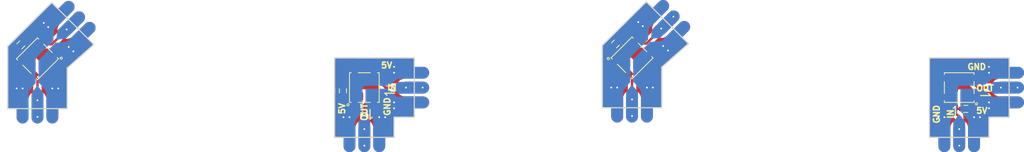
<source format=kicad_pcb>
(kicad_pcb (version 20221018) (generator pcbnew)
  (layers (0 "F.Cu" signal) (31 "B.Cu" signal) (34 "B.Paste" user) (35 "F.Paste" user) (36 "B.SilkS" user "B.Silkscreen") (37 "F.SilkS" user "F.Silkscreen") (38 "B.Mask" user) (39 "F.Mask" user) (44 "Edge.Cuts" user))
  (net 0 "")
  (net 1 "+5V")
  (net 2 "GND")
  (net 3 "/DIN")
  (net 4 "/DOUT")
  (footprint ".pretty:VIA-0.6mm" (layer "F.Cu") (at 160 8.5)
    (fp_text reference "REF**" hide)
    (fp_text value "VIA-0.6mm" hide)
    (pad "1" thru_hole circle (at 0 0) (size 0.6 0.6) (drill 0.3) (layers "*.Cu") (net 1 "+5V"))
  )
  (footprint ".pretty:VIA-0.6mm" (layer "F.Cu") (at 160 7.5)
    (fp_text reference "REF**" hide)
    (fp_text value "VIA-0.6mm" hide)
    (pad "1" thru_hole circle (at 0 0) (size 0.6 0.6) (drill 0.3) (layers "*.Cu") (net 1 "+5V"))
  )
  (footprint ".pretty:VIA-0.6mm" (layer "F.Cu") (at 160 1.5)
    (fp_text reference "REF**" hide)
    (fp_text value "VIA-0.6mm" hide)
    (pad "1" thru_hole circle (at 0 0) (size 0.6 0.6) (drill 0.3) (layers "*.Cu") (net 2 "GND"))
  )
  (footprint ".pretty:VIA-0.6mm" (layer "F.Cu") (at 160 2.5)
    (fp_text reference "REF**" hide)
    (fp_text value "VIA-0.6mm" hide)
    (pad "1" thru_hole circle (at 0 0) (size 0.6 0.6) (drill 0.3) (layers "*.Cu") (net 2 "GND"))
  )
  (footprint ".pretty:VIA-0.6mm" (layer "F.Cu") (at 164.8 5)
    (fp_text reference "REF**" hide)
    (fp_text value "VIA-0.6mm" hide)
    (pad "1" thru_hole circle (at 0 0) (size 0.6 0.6) (drill 0.3) (layers "*.Cu") (net 4 "/DOUT"))
  )
  (footprint ".pretty:VIA-0.6mm" (layer "F.Cu") (at 155 14.8)
    (fp_text reference "REF**" hide)
    (fp_text value "VIA-0.6mm" hide)
    (pad "1" thru_hole circle (at 0 0) (size 0.6 0.6) (drill 0.3) (layers "*.Cu") (net 3 "/DIN"))
  )
  (footprint ".pretty:VIA-0.6mm" (layer "F.Cu") (at 158.5 10)
    (fp_text reference "REF**" hide)
    (fp_text value "VIA-0.6mm" hide)
    (pad "1" thru_hole circle (at 0 0) (size 0.6 0.6) (drill 0.3) (layers "*.Cu") (net 1 "+5V"))
  )
  (footprint ".pretty:VIA-0.6mm" (layer "F.Cu") (at 162 5)
    (fp_text reference "REF**" hide)
    (fp_text value "VIA-0.6mm" hide)
    (pad "1" thru_hole circle (at 0 0) (size 0.6 0.6) (drill 0.3) (layers "*.Cu") (net 4 "/DOUT"))
  )
  (footprint ".pretty:VIA-0.6mm" (layer "F.Cu") (at 155 12)
    (fp_text reference "REF**" hide)
    (fp_text value "VIA-0.6mm" hide)
    (pad "1" thru_hole circle (at 0 0) (size 0.6 0.6) (drill 0.3) (layers "*.Cu") (net 3 "/DIN"))
  )
  (footprint ".pretty:VIA-0.6mm" (layer "F.Cu") (at 152.5 10)
    (fp_text reference "REF**" hide)
    (fp_text value "VIA-0.6mm" hide)
    (pad "1" thru_hole circle (at 0 0) (size 0.6 0.6) (drill 0.3) (layers "*.Cu") (net 2 "GND"))
  )
  (footprint "Capacitors_SMD:C_0603" (layer "F.Cu") (at 156.1 8.6 180)
    (fp_text reference "C1" hide)
    (fp_text value "0.1uF")
    (fp_line (start -0.35 -0.6) (end 0.35 -0.6) (stroke (width 0.15)) (layer "F.SilkS"))
    (fp_line (start 0.35 0.6) (end -0.35 0.6) (stroke (width 0.15)) (layer "F.SilkS"))
    (pad "1" smd rect (at -0.75 0 180) (size 0.8 0.75) (layers "F.Cu" "F.Paste" "F.Mask") (net 1 "+5V"))
    (pad "2" smd rect (at 0.75 0 180) (size 0.8 0.75) (layers "F.Cu" "F.Paste" "F.Mask") (net 2 "GND"))
  )
  (footprint ".pretty:Tape_3_Circuit_Pad" (layer "F.Cu") (at 155 13.4)
    (fp_text reference "J1" hide)
    (fp_text value "CONN_01X03")
    (pad "1" smd roundrect (at -2.5 0) (size 2 5) (layers "F.Cu" "F.Mask") (roundrect_rratio 0.5) (net 2 "GND"))
    (pad "1" smd roundrect (at -2.5 0) (size 2 5) (layers "B.Cu" "B.Mask") (roundrect_rratio 0.5) (net 2 "GND"))
    (pad "2" smd roundrect (at 0 0) (size 2 5) (layers "F.Cu" "F.Mask") (roundrect_rratio 0.5) (net 3 "/DIN"))
    (pad "2" smd roundrect (at 0 0) (size 2 5) (layers "B.Cu" "B.Mask") (roundrect_rratio 0.5) (net 3 "/DIN"))
    (pad "3" smd roundrect (at 2.5 0) (size 2 5) (layers "F.Cu" "F.Mask") (roundrect_rratio 0.5) (net 1 "+5V"))
    (pad "3" smd roundrect (at 2.5 0) (size 2 5) (layers "B.Cu" "B.Mask") (roundrect_rratio 0.5) (net 1 "+5V"))
  )
  (footprint ".pretty:Tape_3_Circuit_Pad" (layer "F.Cu") (at 163.4 5 90)
    (fp_text reference "J2" hide)
    (fp_text value "CONN_01X03")
    (pad "1" smd roundrect (at -2.5 0 90) (size 2 5) (layers "F.Cu" "F.Mask") (roundrect_rratio 0.5) (net 1 "+5V"))
    (pad "1" smd roundrect (at -2.5 0 90) (size 2 5) (layers "B.Cu" "B.Mask") (roundrect_rratio 0.5) (net 1 "+5V"))
    (pad "2" smd roundrect (at 0 0 90) (size 2 5) (layers "F.Cu" "F.Mask") (roundrect_rratio 0.5) (net 4 "/DOUT"))
    (pad "2" smd roundrect (at 0 0 90) (size 2 5) (layers "B.Cu" "B.Mask") (roundrect_rratio 0.5) (net 4 "/DOUT"))
    (pad "3" smd roundrect (at 2.5 0 90) (size 2 5) (layers "F.Cu" "F.Mask") (roundrect_rratio 0.5) (net 2 "GND"))
    (pad "3" smd roundrect (at 2.5 0 90) (size 2 5) (layers "B.Cu" "B.Mask") (roundrect_rratio 0.5) (net 2 "GND"))
  )
  (footprint ".pretty:WS2812" (layer "F.Cu") (at 155 5 180)
    (fp_text reference "U1" hide)
    (fp_text value "WS2812")
    (fp_line (start -2.5 -2.5) (end -2.5 -2.2) (stroke (width 0.15)) (layer "F.SilkS"))
    (fp_line (start -2.5 -2.5) (end 2.5 -2.5) (stroke (width 0.15)) (layer "F.SilkS"))
    (fp_line (start -2.5 -1) (end -2.5 1) (stroke (width 0.15)) (layer "F.SilkS"))
    (fp_line (start -2.5 2.5) (end -2.5 2.2) (stroke (width 0.15)) (layer "F.SilkS"))
    (fp_line (start -2.5 2.5) (end 2.5 2.5) (stroke (width 0.15)) (layer "F.SilkS"))
    (fp_line (start 2.5 -2.5) (end 2.5 -2.2) (stroke (width 0.15)) (layer "F.SilkS"))
    (fp_line (start 2.5 -1) (end 2.5 1) (stroke (width 0.15)) (layer "F.SilkS"))
    (fp_line (start 2.5 2.5) (end 2.5 2.2) (stroke (width 0.15)) (layer "F.SilkS"))
    (fp_circle (center -2.9 -2.75) (end -2.8 -2.6) (stroke (width 0.15)) (fill none) (layer "F.SilkS"))
    (pad "1" smd rect (at -2.45 -1.6 180) (size 1.5 1) (layers "F.Cu" "F.Paste" "F.Mask") (net 1 "+5V"))
    (pad "2" smd rect (at -2.45 1.6 180) (size 1.5 1) (layers "F.Cu" "F.Paste" "F.Mask") (net 4 "/DOUT"))
    (pad "3" smd rect (at 2.45 1.6 180) (size 1.5 1) (layers "F.Cu" "F.Paste" "F.Mask") (net 2 "GND"))
    (pad "4" smd rect (at 2.45 -1.6 180) (size 1.5 1) (layers "F.Cu" "F.Paste" "F.Mask") (net 3 "/DIN"))
  )
  (footprint ".pretty:VIA-0.6mm" (layer "F.Cu") (at 151.5 10)
    (fp_text reference "REF**" hide)
    (fp_text value "VIA-0.6mm" hide)
    (pad "1" thru_hole circle (at 0 0) (size 0.6 0.6) (drill 0.3) (layers "*.Cu") (net 2 "GND"))
  )
  (footprint ".pretty:VIA-0.6mm" (layer "F.Cu") (at 157.5 10)
    (fp_text reference "REF**" hide)
    (fp_text value "VIA-0.6mm" hide)
    (pad "1" thru_hole circle (at 0 0) (size 0.6 0.6) (drill 0.3) (layers "*.Cu") (net 1 "+5V"))
  )
  (footprint ".pretty:VIA-0.6mm" (layer "F.Cu") (at 2.55 5.15)
    (fp_text reference "REF**" hide)
    (fp_text value "VIA-0.6mm" hide)
    (pad "1" thru_hole circle (at 0 0) (size 0.6 0.6) (drill 0.3) (layers "*.Cu") (net 1 "+5V"))
  )
  (footprint ".pretty:VIA-0.6mm" (layer "F.Cu") (at -2.45 5.15)
    (fp_text reference "REF**" hide)
    (fp_text value "VIA-0.6mm" hide)
    (pad "1" thru_hole circle (at 0 0) (size 0.6 0.6) (drill 0.3) (layers "*.Cu") (net 2 "GND"))
  )
  (footprint ".pretty:VIA-0.6mm" (layer "F.Cu") (at 0.05 9.95)
    (fp_text reference "REF**" hide)
    (fp_text value "VIA-0.6mm" hide)
    (pad "1" thru_hole circle (at 0 0) (size 0.6 0.6) (drill 0.3) (layers "*.Cu") (net 3 "/DIN"))
  )
  (footprint "Capacitors_SMD:C_0603" (layer "F.Cu") (at -2.75 -2.2 -135)
    (fp_text reference "C1" hide)
    (fp_text value "0.1uF")
    (fp_line (start -0.349999 -0.6) (end 0.349999 -0.6) (stroke (width 0.15)) (layer "F.SilkS"))
    (fp_line (start 0.349999 0.6) (end -0.349999 0.6) (stroke (width 0.15)) (layer "F.SilkS"))
    (pad "1" smd rect (at -0.75 0 225) (size 0.8 0.75) (layers "F.Cu" "F.Paste" "F.Mask") (net 1 "+5V"))
    (pad "2" smd rect (at 0.75 0 225) (size 0.8 0.75) (layers "F.Cu" "F.Paste" "F.Mask") (net 2 "GND"))
  )
  (footprint ".pretty:VIA-0.6mm" (layer "F.Cu") (at 5.3 -1.85)
    (fp_text reference "REF**" hide)
    (fp_text value "VIA-0.6mm" hide)
    (pad "1" thru_hole circle (at 0 0) (size 0.6 0.6) (drill 0.3) (layers "*.Cu") (net 1 "+5V"))
  )
  (footprint ".pretty:VIA-0.6mm" (layer "F.Cu") (at 3.55 5.15)
    (fp_text reference "REF**" hide)
    (fp_text value "VIA-0.6mm" hide)
    (pad "1" thru_hole circle (at 0 0) (size 0.6 0.6) (drill 0.3) (layers "*.Cu") (net 1 "+5V"))
  )
  (footprint ".pretty:VIA-0.6mm" (layer "F.Cu") (at 0.05 7.15)
    (fp_text reference "REF**" hide)
    (fp_text value "VIA-0.6mm" hide)
    (pad "1" thru_hole circle (at 0 0) (size 0.6 0.6) (drill 0.3) (layers "*.Cu") (net 3 "/DIN"))
  )
  (footprint ".pretty:VIA-0.6mm" (layer "F.Cu") (at 1.1 -5.9)
    (fp_text reference "REF**" hide)
    (fp_text value "VIA-0.6mm" hide)
    (pad "1" thru_hole circle (at 0 0) (size 0.6 0.6) (drill 0.3) (layers "*.Cu") (net 2 "GND"))
  )
  (footprint ".pretty:VIA-0.6mm" (layer "F.Cu") (at -3.45 5.15)
    (fp_text reference "REF**" hide)
    (fp_text value "VIA-0.6mm" hide)
    (pad "1" thru_hole circle (at 0 0) (size 0.6 0.6) (drill 0.3) (layers "*.Cu") (net 2 "GND"))
  )
  (footprint ".pretty:Tape_3_Circuit_Pad" (layer "F.Cu") (at 0.05 8.55)
    (fp_text reference "J1" hide)
    (fp_text value "CONN_01X03")
    (pad "1" smd roundrect (at -2.5 0) (size 2 5) (layers "F.Cu" "F.Mask") (roundrect_rratio 0.5) (net 2 "GND"))
    (pad "1" smd roundrect (at -2.5 0) (size 2 5) (layers "B.Cu" "B.Mask") (roundrect_rratio 0.5) (net 2 "GND"))
    (pad "2" smd roundrect (at 0 0) (size 2 5) (layers "F.Cu" "F.Mask") (roundrect_rratio 0.5) (net 3 "/DIN"))
    (pad "2" smd roundrect (at 0 0) (size 2 5) (layers "B.Cu" "B.Mask") (roundrect_rratio 0.5) (net 3 "/DIN"))
    (pad "3" smd roundrect (at 2.5 0) (size 2 5) (layers "F.Cu" "F.Mask") (roundrect_rratio 0.5) (net 1 "+5V"))
    (pad "3" smd roundrect (at 2.5 0) (size 2 5) (layers "B.Cu" "B.Mask") (roundrect_rratio 0.5) (net 1 "+5V"))
  )
  (footprint ".pretty:WS2812" (layer "F.Cu") (at 0.05 0.15 -135)
    (fp_text reference "U1" hide)
    (fp_text value "WS2812")
    (fp_line (start -2.5 -2.5) (end -2.5 -2.2) (stroke (width 0.15)) (layer "F.SilkS"))
    (fp_line (start -2.5 -2.5) (end 2.5 -2.5) (stroke (width 0.15)) (layer "F.SilkS"))
    (fp_line (start -2.5 -1) (end -2.5 1) (stroke (width 0.15)) (layer "F.SilkS"))
    (fp_line (start -2.5 2.5) (end -2.5 2.2) (stroke (width 0.15)) (layer "F.SilkS"))
    (fp_line (start -2.5 2.5) (end 2.5 2.5) (stroke (width 0.15)) (layer "F.SilkS"))
    (fp_line (start 2.5 -2.5) (end 2.5 -2.2) (stroke (width 0.15)) (layer "F.SilkS"))
    (fp_line (start 2.5 -1) (end 2.5 1) (stroke (width 0.15)) (layer "F.SilkS"))
    (fp_line (start 2.5 2.5) (end 2.5 2.2) (stroke (width 0.15)) (layer "F.SilkS"))
    (fp_circle (center -2.9 -2.75) (end -2.8 -2.600001) (stroke (width 0.15)) (fill none) (layer "F.SilkS"))
    (pad "1" smd rect (at -2.45 -1.6 225) (size 1.5 1) (layers "F.Cu" "F.Paste" "F.Mask") (net 1 "+5V"))
    (pad "2" smd rect (at -2.45 1.6 225) (size 1.5 1) (layers "F.Cu" "F.Paste" "F.Mask") (net 4 "/DOUT"))
    (pad "3" smd rect (at 2.45 1.6 225) (size 1.5 1) (layers "F.Cu" "F.Paste" "F.Mask") (net 2 "GND"))
    (pad "4" smd rect (at 2.45 -1.6 225) (size 1.5 1) (layers "F.Cu" "F.Paste" "F.Mask") (net 3 "/DIN"))
  )
  (footprint ".pretty:Tape_3_Circuit_Pad" (layer "F.Cu") (at 5.989697 -5.789697 135)
    (fp_text reference "J2" hide)
    (fp_text value "CONN_01X03")
    (pad "1" smd roundrect (at -2.5 0 135) (size 2 5) (layers "F.Cu" "F.Mask") (roundrect_rratio 0.5) (net 1 "+5V"))
    (pad "1" smd roundrect (at -2.5 0 135) (size 2 5) (layers "B.Cu" "B.Mask") (roundrect_rratio 0.5) (net 1 "+5V"))
    (pad "2" smd roundrect (at 0 0 135) (size 2 5) (layers "F.Cu" "F.Mask") (roundrect_rratio 0.5) (net 4 "/DOUT"))
    (pad "2" smd roundrect (at 0 0 135) (size 2 5) (layers "B.Cu" "B.Mask") (roundrect_rratio 0.5) (net 4 "/DOUT"))
    (pad "3" smd roundrect (at 2.5 0 135) (size 2 5) (layers "F.Cu" "F.Mask") (roundrect_rratio 0.5) (net 2 "GND"))
    (pad "3" smd roundrect (at 2.5 0 135) (size 2 5) (layers "B.Cu" "B.Mask") (roundrect_rratio 0.5) (net 2 "GND"))
  )
  (footprint ".pretty:VIA-0.6mm" (layer "F.Cu") (at 6.1 -1.1)
    (fp_text reference "REF**" hide)
    (fp_text value "VIA-0.6mm" hide)
    (pad "1" thru_hole circle (at 0 0) (size 0.6 0.6) (drill 0.3) (layers "*.Cu") (net 1 "+5V"))
  )
  (footprint ".pretty:VIA-0.6mm" (layer "F.Cu") (at 1.85 -5.2)
    (fp_text reference "REF**" hide)
    (fp_text value "VIA-0.6mm" hide)
    (pad "1" thru_hole circle (at 0 0) (size 0.6 0.6) (drill 0.3) (layers "*.Cu") (net 2 "GND"))
  )
  (footprint ".pretty:VIA-0.6mm" (layer "F.Cu") (at 4.95 -4.8)
    (fp_text reference "REF**" hide)
    (fp_text value "VIA-0.6mm" hide)
    (pad "1" thru_hole circle (at 0 0) (size 0.6 0.6) (drill 0.3) (layers "*.Cu") (net 4 "/DOUT"))
  )
  (footprint "Capacitors_SMD:C_0603" (layer "F.Cu") (at 51.4 5.55 90)
    (fp_text reference "C1" hide)
    (fp_text value "0.1uF")
    (fp_line (start -0.35 -0.6) (end 0.35 -0.6) (stroke (width 0.15)) (layer "F.SilkS"))
    (fp_line (start 0.35 0.6) (end -0.35 0.6) (stroke (width 0.15)) (layer "F.SilkS"))
    (pad "1" smd rect (at -0.75 0 90) (size 0.8 0.75) (layers "F.Cu" "F.Paste" "F.Mask") (net 1 "+5V"))
    (pad "2" smd rect (at 0.75 0 90) (size 0.8 0.75) (layers "F.Cu" "F.Paste" "F.Mask") (net 2 "GND"))
  )
  (footprint ".pretty:Tape_3_Circuit_Pad" (layer "F.Cu") (at 63.4 5 90)
    (fp_text reference "J1" hide)
    (fp_text value "CONN_01X03")
    (pad "1" smd roundrect (at -2.5 0 90) (size 2 5) (layers "F.Cu" "F.Mask") (roundrect_rratio 0.5) (net 2 "GND"))
    (pad "1" smd roundrect (at -2.5 0 90) (size 2 5) (layers "B.Cu" "B.Mask") (roundrect_rratio 0.5) (net 2 "GND"))
    (pad "2" smd roundrect (at 0 0 90) (size 2 5) (layers "F.Cu" "F.Mask") (roundrect_rratio 0.5) (net 3 "/DIN"))
    (pad "2" smd roundrect (at 0 0 90) (size 2 5) (layers "B.Cu" "B.Mask") (roundrect_rratio 0.5) (net 3 "/DIN"))
    (pad "3" smd roundrect (at 2.5 0 90) (size 2 5) (layers "F.Cu" "F.Mask") (roundrect_rratio 0.5) (net 1 "+5V"))
    (pad "3" smd roundrect (at 2.5 0 90) (size 2 5) (layers "B.Cu" "B.Mask") (roundrect_rratio 0.5) (net 1 "+5V"))
  )
  (footprint ".pretty:Tape_3_Circuit_Pad" (layer "F.Cu") (at 55 13.4)
    (fp_text reference "J2" hide)
    (fp_text value "CONN_01X03")
    (pad "1" smd roundrect (at -2.5 0) (size 2 5) (layers "F.Cu" "F.Mask") (roundrect_rratio 0.5) (net 1 "+5V"))
    (pad "1" smd roundrect (at -2.5 0) (size 2 5) (layers "B.Cu" "B.Mask") (roundrect_rratio 0.5) (net 1 "+5V"))
    (pad "2" smd roundrect (at 0 0) (size 2 5) (layers "F.Cu" "F.Mask") (roundrect_rratio 0.5) (net 4 "/DOUT"))
    (pad "2" smd roundrect (at 0 0) (size 2 5) (layers "B.Cu" "B.Mask") (roundrect_rratio 0.5) (net 4 "/DOUT"))
    (pad "3" smd roundrect (at 2.5 0) (size 2 5) (layers "F.Cu" "F.Mask") (roundrect_rratio 0.5) (net 2 "GND"))
    (pad "3" smd roundrect (at 2.5 0) (size 2 5) (layers "B.Cu" "B.Mask") (roundrect_rratio 0.5) (net 2 "GND"))
  )
  (footprint ".pretty:WS2812" (layer "F.Cu") (at 55 5 90)
    (fp_text reference "U1" hide)
    (fp_text value "WS2812")
    (fp_line (start -2.5 -2.5) (end -2.5 -2.2) (stroke (width 0.15)) (layer "F.SilkS"))
    (fp_line (start -2.5 -2.5) (end 2.5 -2.5) (stroke (width 0.15)) (layer "F.SilkS"))
    (fp_line (start -2.5 -1) (end -2.5 1) (stroke (width 0.15)) (layer "F.SilkS"))
    (fp_line (start -2.5 2.5) (end -2.5 2.2) (stroke (width 0.15)) (layer "F.SilkS"))
    (fp_line (start -2.5 2.5) (end 2.5 2.5) (stroke (width 0.15)) (layer "F.SilkS"))
    (fp_line (start 2.5 -2.5) (end 2.5 -2.2) (stroke (width 0.15)) (layer "F.SilkS"))
    (fp_line (start 2.5 -1) (end 2.5 1) (stroke (width 0.15)) (layer "F.SilkS"))
    (fp_line (start 2.5 2.5) (end 2.5 2.2) (stroke (width 0.15)) (layer "F.SilkS"))
    (fp_circle (center -2.9 -2.75) (end -2.8 -2.6) (stroke (width 0.15)) (fill none) (layer "F.SilkS"))
    (pad "1" smd rect (at -2.45 -1.6 90) (size 1.5 1) (layers "F.Cu" "F.Paste" "F.Mask") (net 1 "+5V"))
    (pad "2" smd rect (at -2.45 1.6 90) (size 1.5 1) (layers "F.Cu" "F.Paste" "F.Mask") (net 4 "/DOUT"))
    (pad "3" smd rect (at 2.45 1.6 90) (size 1.5 1) (layers "F.Cu" "F.Paste" "F.Mask") (net 2 "GND"))
    (pad "4" smd rect (at 2.45 -1.6 90) (size 1.5 1) (layers "F.Cu" "F.Paste" "F.Mask") (net 3 "/DIN"))
  )
  (footprint ".pretty:VIA-0.6mm" (layer "F.Cu") (at 52.5 10)
    (fp_text reference "REF**" hide)
    (fp_text value "VIA-0.6mm" hide)
    (pad "1" thru_hole circle (at 0 0) (size 0.6 0.6) (drill 0.3) (layers "*.Cu") (net 1 "+5V"))
  )
  (footprint ".pretty:VIA-0.6mm" (layer "F.Cu") (at 57.5 10)
    (fp_text reference "REF**" hide)
    (fp_text value "VIA-0.6mm" hide)
    (pad "1" thru_hole circle (at 0 0) (size 0.6 0.6) (drill 0.3) (layers "*.Cu") (net 2 "GND"))
  )
  (footprint ".pretty:VIA-0.6mm" (layer "F.Cu") (at 55 12)
    (fp_text reference "REF**" hide)
    (fp_text value "VIA-0.6mm" hide)
    (pad "1" thru_hole circle (at 0 0) (size 0.6 0.6) (drill 0.3) (layers "*.Cu") (net 4 "/DOUT"))
  )
  (footprint ".pretty:VIA-0.6mm" (layer "F.Cu") (at 62 5)
    (fp_text reference "REF**" hide)
    (fp_text value "VIA-0.6mm" hide)
    (pad "1" thru_hole circle (at 0 0) (size 0.6 0.6) (drill 0.3) (layers "*.Cu") (net 3 "/DIN"))
  )
  (footprint ".pretty:VIA-0.6mm" (layer "F.Cu") (at 51.5 10)
    (fp_text reference "REF**" hide)
    (fp_text value "VIA-0.6mm" hide)
    (pad "1" thru_hole circle (at 0 0) (size 0.6 0.6) (drill 0.3) (layers "*.Cu") (net 1 "+5V"))
  )
  (footprint ".pretty:VIA-0.6mm" (layer "F.Cu") (at 58.5 10)
    (fp_text reference "REF**" hide)
    (fp_text value "VIA-0.6mm" hide)
    (pad "1" thru_hole circle (at 0 0) (size 0.6 0.6) (drill 0.3) (layers "*.Cu") (net 2 "GND"))
  )
  (footprint ".pretty:VIA-0.6mm" (layer "F.Cu") (at 55 14.8)
    (fp_text reference "REF**" hide)
    (fp_text value "VIA-0.6mm" hide)
    (pad "1" thru_hole circle (at 0 0) (size 0.6 0.6) (drill 0.3) (layers "*.Cu") (net 4 "/DOUT"))
  )
  (footprint ".pretty:VIA-0.6mm" (layer "F.Cu") (at 64.8 5)
    (fp_text reference "REF**" hide)
    (fp_text value "VIA-0.6mm" hide)
    (pad "1" thru_hole circle (at 0 0) (size 0.6 0.6) (drill 0.3) (layers "*.Cu") (net 3 "/DIN"))
  )
  (footprint ".pretty:VIA-0.6mm" (layer "F.Cu") (at 60 2.5)
    (fp_text reference "REF**" hide)
    (fp_text value "VIA-0.6mm" hide)
    (pad "1" thru_hole circle (at 0 0) (size 0.6 0.6) (drill 0.3) (layers "*.Cu") (net 1 "+5V"))
  )
  (footprint ".pretty:VIA-0.6mm" (layer "F.Cu") (at 60 1.5)
    (fp_text reference "REF**" hide)
    (fp_text value "VIA-0.6mm" hide)
    (pad "1" thru_hole circle (at 0 0) (size 0.6 0.6) (drill 0.3) (layers "*.Cu") (net 1 "+5V"))
  )
  (footprint ".pretty:VIA-0.6mm" (layer "F.Cu") (at 60 7.5)
    (fp_text reference "REF**" hide)
    (fp_text value "VIA-0.6mm" hide)
    (pad "1" thru_hole circle (at 0 0) (size 0.6 0.6) (drill 0.3) (layers "*.Cu") (net 2 "GND"))
  )
  (footprint ".pretty:VIA-0.6mm" (layer "F.Cu") (at 60 8.5)
    (fp_text reference "REF**" hide)
    (fp_text value "VIA-0.6mm" hide)
    (pad "1" thru_hole circle (at 0 0) (size 0.6 0.6) (drill 0.3) (layers "*.Cu") (net 2 "GND"))
  )
  (footprint ".pretty:VIA-0.6mm" (layer "F.Cu") (at 104.9 -4.95)
    (fp_text reference "REF**" hide)
    (fp_text value "VIA-0.6mm" hide)
    (pad "1" thru_hole circle (at 0 0) (size 0.6 0.6) (drill 0.3) (layers "*.Cu") (net 3 "/DIN"))
  )
  (footprint ".pretty:VIA-0.6mm" (layer "F.Cu") (at 101.8 -5.35)
    (fp_text reference "REF**" hide)
    (fp_text value "VIA-0.6mm" hide)
    (pad "1" thru_hole circle (at 0 0) (size 0.6 0.6) (drill 0.3) (layers "*.Cu") (net 1 "+5V"))
  )
  (footprint ".pretty:VIA-0.6mm" (layer "F.Cu") (at 106.05 -1.25)
    (fp_text reference "REF**" hide)
    (fp_text value "VIA-0.6mm" hide)
    (pad "1" thru_hole circle (at 0 0) (size 0.6 0.6) (drill 0.3) (layers "*.Cu") (net 2 "GND"))
  )
  (footprint ".pretty:Tape_3_Circuit_Pad" (layer "F.Cu") (at 100 8.4)
    (fp_text reference "J2" hide)
    (fp_text value "CONN_01X03")
    (pad "1" smd roundrect (at -2.5 0) (size 2 5) (layers "F.Cu" "F.Mask") (roundrect_rratio 0.5) (net 1 "+5V"))
    (pad "1" smd roundrect (at -2.5 0) (size 2 5) (layers "B.Cu" "B.Mask") (roundrect_rratio 0.5) (net 1 "+5V"))
    (pad "2" smd roundrect (at 0 0) (size 2 5) (layers "F.Cu" "F.Mask") (roundrect_rratio 0.5) (net 4 "/DOUT"))
    (pad "2" smd roundrect (at 0 0) (size 2 5) (layers "B.Cu" "B.Mask") (roundrect_rratio 0.5) (net 4 "/DOUT"))
    (pad "3" smd roundrect (at 2.5 0) (size 2 5) (layers "F.Cu" "F.Mask") (roundrect_rratio 0.5) (net 2 "GND"))
    (pad "3" smd roundrect (at 2.5 0) (size 2 5) (layers "B.Cu" "B.Mask") (roundrect_rratio 0.5) (net 2 "GND"))
  )
  (footprint ".pretty:WS2812" (layer "F.Cu") (at 100 0 45)
    (fp_text reference "U1" hide)
    (fp_text value "WS2812")
    (fp_line (start -2.5 -2.5) (end -2.5 -2.2) (stroke (width 0.15)) (layer "F.SilkS"))
    (fp_line (start -2.5 -2.5) (end 2.5 -2.5) (stroke (width 0.15)) (layer "F.SilkS"))
    (fp_line (start -2.5 -1) (end -2.5 1) (stroke (width 0.15)) (layer "F.SilkS"))
    (fp_line (start -2.5 2.5) (end -2.5 2.2) (stroke (width 0.15)) (layer "F.SilkS"))
    (fp_line (start -2.5 2.5) (end 2.5 2.5) (stroke (width 0.15)) (layer "F.SilkS"))
    (fp_line (start 2.5 -2.5) (end 2.5 -2.2) (stroke (width 0.15)) (layer "F.SilkS"))
    (fp_line (start 2.5 -1) (end 2.5 1) (stroke (width 0.15)) (layer "F.SilkS"))
    (fp_line (start 2.5 2.5) (end 2.5 2.2) (stroke (width 0.15)) (layer "F.SilkS"))
    (fp_circle (center -2.9 -2.75) (end -2.8 -2.600001) (stroke (width 0.15)) (fill none) (layer "F.SilkS"))
    (pad "1" smd rect (at -2.45 -1.6 45) (size 1.5 1) (layers "F.Cu" "F.Paste" "F.Mask") (net 1 "+5V"))
    (pad "2" smd rect (at -2.45 1.6 45) (size 1.5 1) (layers "F.Cu" "F.Paste" "F.Mask") (net 4 "/DOUT"))
    (pad "3" smd rect (at 2.45 1.6 45) (size 1.5 1) (layers "F.Cu" "F.Paste" "F.Mask") (net 2 "GND"))
    (pad "4" smd rect (at 2.45 -1.6 45) (size 1.5 1) (layers "F.Cu" "F.Paste" "F.Mask") (net 3 "/DIN"))
  )
  (footprint ".pretty:Tape_3_Circuit_Pad" (layer "F.Cu") (at 105.939697 -5.939697 135)
    (fp_text reference "J1" hide)
    (fp_text value "CONN_01X03")
    (pad "1" smd roundrect (at -2.5 0 135) (size 2 5) (layers "F.Cu" "F.Mask") (roundrect_rratio 0.5) (net 2 "GND"))
    (pad "1" smd roundrect (at -2.5 0 135) (size 2 5) (layers "B.Cu" "B.Mask") (roundrect_rratio 0.5) (net 2 "GND"))
    (pad "2" smd roundrect (at 0 0 135) (size 2 5) (layers "F.Cu" "F.Mask") (roundrect_rratio 0.5) (net 3 "/DIN"))
    (pad "2" smd roundrect (at 0 0 135) (size 2 5) (layers "B.Cu" "B.Mask") (roundrect_rratio 0.5) (net 3 "/DIN"))
    (pad "3" smd roundrect (at 2.5 0 135) (size 2 5) (layers "F.Cu" "F.Mask") (roundrect_rratio 0.5) (net 1 "+5V"))
    (pad "3" smd roundrect (at 2.5 0 135) (size 2 5) (layers "B.Cu" "B.Mask") (roundrect_rratio 0.5) (net 1 "+5V"))
  )
  (footprint ".pretty:VIA-0.6mm" (layer "F.Cu") (at 96.5 5)
    (fp_text reference "REF**" hide)
    (fp_text value "VIA-0.6mm" hide)
    (pad "1" thru_hole circle (at 0 0) (size 0.6 0.6) (drill 0.3) (layers "*.Cu") (net 1 "+5V"))
  )
  (footprint ".pretty:VIA-0.6mm" (layer "F.Cu") (at 101.05 -6.05)
    (fp_text reference "REF**" hide)
    (fp_text value "VIA-0.6mm" hide)
    (pad "1" thru_hole circle (at 0 0) (size 0.6 0.6) (drill 0.3) (layers "*.Cu") (net 1 "+5V"))
  )
  (footprint ".pretty:VIA-0.6mm" (layer "F.Cu") (at 100 7)
    (fp_text reference "REF**" hide)
    (fp_text value "VIA-0.6mm" hide)
    (pad "1" thru_hole circle (at 0 0) (size 0.6 0.6) (drill 0.3) (layers "*.Cu") (net 4 "/DOUT"))
  )
  (footprint ".pretty:VIA-0.6mm" (layer "F.Cu") (at 103.5 5)
    (fp_text reference "REF**" hide)
    (fp_text value "VIA-0.6mm" hide)
    (pad "1" thru_hole circle (at 0 0) (size 0.6 0.6) (drill 0.3) (layers "*.Cu") (net 2 "GND"))
  )
  (footprint ".pretty:VIA-0.6mm" (layer "F.Cu") (at 106.95 -6.95)
    (fp_text reference "REF**" hide)
    (fp_text value "VIA-0.6mm" hide)
    (pad "1" thru_hole circle (at 0 0) (size 0.6 0.6) (drill 0.3) (layers "*.Cu") (net 3 "/DIN"))
  )
  (footprint ".pretty:VIA-0.6mm" (layer "F.Cu") (at 105.25 -2)
    (fp_text reference "REF**" hide)
    (fp_text value "VIA-0.6mm" hide)
    (pad "1" thru_hole circle (at 0 0) (size 0.6 0.6) (drill 0.3) (layers "*.Cu") (net 2 "GND"))
  )
  (footprint "Capacitors_SMD:C_0603" (layer "F.Cu") (at 97.2 -2.35 45)
    (fp_text reference "C1" hide)
    (fp_text value "0.1uF")
    (fp_line (start -0.349999 -0.6) (end 0.349999 -0.6) (stroke (width 0.15)) (layer "F.SilkS"))
    (fp_line (start 0.349999 0.6) (end -0.349999 0.6) (stroke (width 0.15)) (layer "F.SilkS"))
    (pad "1" smd rect (at -0.75 0 45) (size 0.8 0.75) (layers "F.Cu" "F.Paste" "F.Mask") (net 1 "+5V"))
    (pad "2" smd rect (at 0.75 0 45) (size 0.8 0.75) (layers "F.Cu" "F.Paste" "F.Mask") (net 2 "GND"))
  )
  (footprint ".pretty:VIA-0.6mm" (layer "F.Cu") (at 100 9.8)
    (fp_text reference "REF**" hide)
    (fp_text value "VIA-0.6mm" hide)
    (pad "1" thru_hole circle (at 0 0) (size 0.6 0.6) (drill 0.3) (layers "*.Cu") (net 4 "/DOUT"))
  )
  (footprint ".pretty:VIA-0.6mm" (layer "F.Cu") (at 97.5 5)
    (fp_text reference "REF**" hide)
    (fp_text value "VIA-0.6mm" hide)
    (pad "1" thru_hole circle (at 0 0) (size 0.6 0.6) (drill 0.3) (layers "*.Cu") (net 1 "+5V"))
  )
  (footprint ".pretty:VIA-0.6mm" (layer "F.Cu") (at 102.5 5)
    (fp_text reference "REF**" hide)
    (fp_text value "VIA-0.6mm" hide)
    (pad "1" thru_hole circle (at 0 0) (size 0.6 0.6) (drill 0.3) (layers "*.Cu") (net 2 "GND"))
  )
  (gr_line (start 160.252156 6.352956) (end 159.902156 6.002956) (stroke (width 0.2)) (layer "F.SilkS"))
  (gr_line (start 158.602156 6.352956) (end 160.252156 6.352956) (stroke (width 0.2)) (layer "F.SilkS"))
  (gr_line (start 154.352956 9.797844) (end 154.352956 8.147844) (stroke (width 0.2)) (layer "F.SilkS"))
  (gr_line (start 154.352956 8.147844) (end 154.002956 8.497844) (stroke (width 0.2)) (layer "F.SilkS"))
  (gr_line (start 55.95 10.35) (end 56.3 10) (stroke (width 0.2)) (layer "F.SilkS"))
  (gr_line (start 55.95 8.7) (end 55.95 10.35) (stroke (width 0.2)) (layer "F.SilkS"))
  (gr_line (start 58.45 5.95) (end 58.8 6.3) (stroke (width 0.2)) (layer "F.SilkS"))
  (gr_line (start 60.1 5.95) (end 58.45 5.95) (stroke (width 0.2)) (layer "F.SilkS"))
  (gr_line (start 160 10) (end 160 13.4) (stroke (width 0.2)) (layer "Edge.Cuts"))
  (gr_line (start 163.4 10) (end 160 10) (stroke (width 0.2)) (layer "Edge.Cuts"))
  (gr_line (start 163.4 0) (end 163.4 10) (stroke (width 0.2)) (layer "Edge.Cuts"))
  (gr_line (start 150 13.4) (end 160 13.4) (stroke (width 0.2)) (layer "Edge.Cuts"))
  (gr_line (start 150 0) (end 150 13.4) (stroke (width 0.2)) (layer "Edge.Cuts"))
  (gr_line (start 150 0) (end 163.4 0) (stroke (width 0.2)) (layer "Edge.Cuts"))
  (gr_line (start -4.95 -1.95) (end 2.454164 -9.32523) (stroke (width 0.2)) (layer "Edge.Cuts"))
  (gr_line (start 5.05 1.7) (end 9.52523 -2.254164) (stroke (width 0.2)) (layer "Edge.Cuts"))
  (gr_line (start -4.95 8.55) (end 5.05 8.55) (stroke (width 0.2)) (layer "Edge.Cuts"))
  (gr_line (start -4.95 -1.95) (end -4.95 8.55) (stroke (width 0.2)) (layer "Edge.Cuts"))
  (gr_line (start 2.454164 -9.32523) (end 9.52523 -2.254164) (stroke (width 0.2)) (layer "Edge.Cuts"))
  (gr_line (start 5.05 1.7) (end 5.05 8.55) (stroke (width 0.2)) (layer "Edge.Cuts"))
  (gr_line (start 105 1.55) (end 105 8.4) (stroke (width 0.2)) (layer "Edge.Cuts"))
  (gr_line (start 102.404164 -9.47523) (end 109.47523 -2.404164) (stroke (width 0.2)) (layer "Edge.Cuts"))
  (gr_line (start 95 -2.1) (end 95 8.4) (stroke (width 0.2)) (layer "Edge.Cuts"))
  (gr_line (start 95 8.4) (end 105 8.4) (stroke (width 0.2)) (layer "Edge.Cuts"))
  (gr_line (start 105 1.55) (end 109.47523 -2.404164) (stroke (width 0.2)) (layer "Edge.Cuts"))
  (gr_line (start 63.4 0) (end 63.4 10) (stroke (width 0.2)) (layer "Edge.Cuts"))
  (gr_line (start 50 0) (end 63.4 0) (stroke (width 0.2)) (layer "Edge.Cuts"))
  (gr_line (start 50 13.4) (end 60 13.4) (stroke (width 0.2)) (layer "Edge.Cuts"))
  (gr_line (start 50 0) (end 50 13.4) (stroke (width 0.2)) (layer "Edge.Cuts"))
  (gr_line (start 63.4 10) (end 60 10) (stroke (width 0.2)) (layer "Edge.Cuts"))
  (gr_line (start 95 -2.1) (end 102.404164 -9.47523) (stroke (width 0.2)) (layer "Edge.Cuts"))
  (gr_line (start 60 10) (end 60 13.4) (stroke (width 0.2)) (layer "Edge.Cuts"))
  (gr_text "OUT" (at 159.35 5.1) (layer "F.SilkS") (effects (font (size 1 1) (thickness 0.25))))
  (gr_text "GND" (at 157.95 1.5) (layer "F.SilkS") (effects (font (size 1 1) (thickness 0.25))))
  (gr_text "GND" (at 151.2 9.5 90) (layer "F.SilkS") (effects (font (size 1 1) (thickness 0.25))))
  (gr_text "IN" (at 153.55 9.45 90) (layer "F.SilkS") (effects (font (size 1 1) (thickness 0.25))))
  (gr_text "5V" (at 158.8 8.9) (layer "F.SilkS") (effects (font (size 1 1) (thickness 0.25))))
  (gr_text "IN" (at 59.65 5) (layer "F.SilkS") (effects (font (size 1 1) (thickness 0.25))))
  (gr_text "5V" (at 51.25 8.55 90) (layer "F.SilkS") (effects (font (size 1 1) (thickness 0.25))))
  (gr_text "GND" (at 58.85 8.2 90) (layer "F.SilkS") (effects (font (size 1 1) (thickness 0.25))))
  (gr_text "OUT" (at 55 9.15 90) (layer "F.SilkS") (effects (font (size 1 1) (thickness 0.25))))
  (gr_text "5V" (at 58.75 1.25) (layer "F.SilkS") (effects (font (size 1 1) (thickness 0.25))))
  (segment (start 97.5 5) (end 97.5 8.4) (width 0.4) (layer "F.Cu") (net 1))
  (segment (start 104.157464 -7.707464) (end 101.8 -5.35) (width 0.4) (layer "F.Cu") (net 1))
  (segment (start 7.757464 -4.02193) (end 7.47193 -4.02193) (width 0.4) (layer "F.Cu") (net 1))
  (segment (start 52.5 10) (end 52.5 13.4) (width 0.4) (layer "F.Cu") (net 1))
  (segment (start 96.316117 -1.466117) (end 96.316117 -0.21906) (width 0.4) (layer "F.Cu") (net 1))
  (segment (start 96.316117 -0.21906) (end 96.4 -0.135177) (width 0.4) (layer "F.Cu") (net 1))
  (segment (start 157.5 10) (end 157.5 13.4) (width 0.4) (layer "F.Cu") (net 1))
  (segment (start 104.17193 -7.707464) (end 104.157464 -7.707464) (width 0.4) (layer "F.Cu") (net 1))
  (segment (start 7.47193 -4.02193) (end 5.3 -1.85) (width 0.4) (layer "F.Cu") (net 1))
  (segment (start 160 7.5) (end 163.4 7.5) (width 0.4) (layer "F.Cu") (net 1))
  (segment (start 97.136218 0.601041) (end 96.4 -0.135177) (width 0.4) (layer "F.Cu") (net 1))
  (segment (start 2.55 5.15) (end 2.55 8.55) (width 0.4) (layer "F.Cu") (net 1))
  (segment (start 2.913782 -0.451041) (end 3.901041 -0.451041) (width 0.4) (layer "F.Cu") (net 1))
  (segment (start 60 2.5) (end 63.4 2.5) (width 0.4) (layer "F.Cu") (net 1))
  (segment (start 96.66967 -1.81967) (end 96.316117 -1.466117) (width 0.4) (layer "F.Cu") (net 1))
  (segment (start 3.901041 -0.451041) (end 5.3 -1.85) (width 0.4) (layer "F.Cu") (net 1))
  (segment (start 102.5 5) (end 102.5 8.4) (width 0.4) (layer "F.Cu") (net 2))
  (segment (start 59.5 7) (end 60 7.5) (width 0.4) (layer "F.Cu") (net 2))
  (segment (start 102.863782 -0.601041) (end 103.851041 -0.601041) (width 0.4) (layer "F.Cu") (net 2))
  (segment (start 154.55 8.6) (end 154.35 8.4) (width 0.4) (layer "F.Cu") (net 2))
  (segment (start 56.6 2.55) (end 56.6 4.85) (width 0.4) (layer "F.Cu") (net 2))
  (segment (start 154.35 8.4) (end 154.35 4.05) (width 0.4) (layer "F.Cu") (net 2))
  (segment (start 154.35 4.05) (end 153.7 3.4) (width 0.4) (layer "F.Cu") (net 2))
  (segment (start 103.851041 -0.601041) (end 105.25 -2) (width 0.4) (layer "F.Cu") (net 2))
  (segment (start 58.75 7) (end 59.5 7) (width 0.4) (layer "F.Cu") (net 2))
  (segment (start -2.45 5.15) (end -2.45 8.55) (width 0.4) (layer "F.Cu") (net 2))
  (segment (start 56.6 4.85) (end 58.75 7) (width 0.4) (layer "F.Cu") (net 2))
  (segment (start 1.864466 -5.2) (end 4.22193 -7.557464) (width 0.4) (layer "F.Cu") (net 2))
  (segment (start 60 7.5) (end 63.4 7.5) (width 0.4) (layer "F.Cu") (net 2))
  (segment (start 153.7 3.4) (end 152.55 3.4) (width 0.4) (layer "F.Cu") (net 2))
  (segment (start 57.5 10) (end 57.5 13.4) (width 0.4) (layer "F.Cu") (net 2))
  (segment (start 107.707464 -4.17193) (end 107.42193 -4.17193) (width 0.4) (layer "F.Cu") (net 2))
  (segment (start 160 2.5) (end 163.4 2.5) (width 0.4) (layer "F.Cu") (net 2))
  (segment (start 152.5 10) (end 152.5 13.4) (width 0.4) (layer "F.Cu") (net 2))
  (segment (start 1.85 -5.2) (end 1.864466 -5.2) (width 0.4) (layer "F.Cu") (net 2))
  (segment (start 155.35 8.6) (end 154.55 8.6) (width 0.4) (layer "F.Cu") (net 2))
  (segment (start 107.42193 -4.17193) (end 105.25 -2) (width 0.4) (layer "F.Cu") (net 2))
  (segment (start 152.55 7.5) (end 152.55 6.6) (width 0.4) (layer "F.Cu") (net 3))
  (segment (start 53.8 1) (end 57.65 1) (width 0.4) (layer "F.Cu") (net 3))
  (segment (start 105.939697 -5.939697) (end 102.439519 -2.439519) (width 0.4) (layer "F.Cu") (net 3))
  (segment (start 155 13.4) (end 155 9.95) (width 0.4) (layer "F.Cu") (net 3))
  (segment (start 0.05 7.15) (end 0.05 3.614823) (width 0.4) (layer "F.Cu") (net 3))
  (segment (start 58.55 5) (end 62 5) (width 0.4) (layer "F.Cu") (net 3))
  (segment (start 57.95 4.4) (end 58.55 5) (width 0.4) (layer "F.Cu") (net 3))
  (segment (start 0.05 3.614823) (end -0.551041 3.013782) (width 0.4) (layer "F.Cu") (net 3))
  (segment (start 102.439519 -2.439519) (end 101.025304 -2.439519) (width 0.4) (layer "F.Cu") (net 3))
  (segment (start 53.4 2.55) (end 53.4 1.4) (width 0.4) (layer "F.Cu") (net 3))
  (segment (start 53.4 1.4) (end 53.8 1) (width 0.4) (layer "F.Cu") (net 3))
  (segment (start 155 9.95) (end 152.55 7.5) (width 0.4) (layer "F.Cu") (net 3))
  (segment (start 101.025304 -2.439519) (end 100.601041 -2.863782) (width 0.4) (layer "F.Cu") (net 3))
  (segment (start 57.95 1.3) (end 57.95 4.4) (width 0.4) (layer "F.Cu") (net 3))
  (segment (start 57.65 1) (end 57.95 1.3) (width 0.4) (layer "F.Cu") (net 3))
  (segment (start 2.439519 -2.289519) (end 4.650001 -4.500001) (width 0.4) (layer "F.Cu") (net 4))
  (segment (start 158.1 5) (end 157.45 4.35) (width 0.4) (layer "F.Cu") (net 4))
  (segment (start 0.651041 -2.713782) (end 1.075304 -2.289519) (width 0.4) (layer "F.Cu") (net 4))
  (segment (start 55 7.9) (end 55 13.4) (width 0.4) (layer "F.Cu") (net 4))
  (segment (start 55.45 7.45) (end 55 7.9) (width 0.4) (layer "F.Cu") (net 4))
  (segment (start 56.6 7.45) (end 55.45 7.45) (width 0.4) (layer "F.Cu") (net 4))
  (segment (start 4.650001 -4.500001) (end 4.95 -4.8) (width 0.4) (layer "F.Cu") (net 4))
  (segment (start 100 3.464823) (end 100 7) (width 0.4) (layer "F.Cu") (net 4))
  (segment (start 162 5) (end 158.1 5) (width 0.4) (layer "F.Cu") (net 4))
  (segment (start 157.45 4.35) (end 157.45 3.4) (width 0.4) (layer "F.Cu") (net 4))
  (segment (start 99.398959 2.863782) (end 100 3.464823) (width 0.4) (layer "F.Cu") (net 4))
  (segment (start 1.075304 -2.289519) (end 2.439519 -2.289519) (width 0.4) (layer "F.Cu") (net 4))
  (zone (net 2) (net_name "GND") (layer "F.Cu") (connect_pads yes (clearance 0.508)) (min_thickness 0.254) (fill yes (thermal_gap 0.508) (thermal_bridge_width 0.508))
    (polygon (pts (xy 150 13.4) (xy 150 0) (xy 163.4 0) (xy 163.4 3.7) (xy 161.9 3.7) (xy 160.7 4.8) (xy 154.8 4.8) (xy 154.8 10.7) (xy 153.7 11.8) (xy 153.7 13.4)))
  )
  (zone (net 1) (net_name "+5V") (layer "F.Cu") (connect_pads yes (clearance 0.508)) (min_thickness 0.254) (fill yes (thermal_gap 0.508) (thermal_bridge_width 0.508))
    (polygon (pts (xy 160 13.4) (xy 160 10) (xy 163.4 10) (xy 163.4 6.3) (xy 161.9 6.3) (xy 160.7 5.2) (xy 155.2 5.2) (xy 155.2 10.7) (xy 156.3 11.8) (xy 156.3 13.4)))
  )
  (zone (net 2) (net_name "GND") (layer "F.Cu") (priority 1) (connect_pads yes (clearance 0.508)) (min_thickness 0.254) (fill yes (thermal_gap 0.508) (thermal_bridge_width 0.508))
    (polygon (pts (xy 150 5.3) (xy 157.5 5.3) (xy 157.5 0) (xy 150 0)))
  )
  (zone (net 1) (net_name "+5V") (layer "F.Cu") (priority 1) (connect_pads yes (clearance 0.508)) (min_thickness 0.254) (fill yes (thermal_gap 0.508) (thermal_bridge_width 0.508))
    (polygon (pts (xy -3.65 -3.2) (xy 1.45 1.55) (xy 2.55 0.45) (xy 3.9 -0.8) (xy -1 -5.65)))
  )
  (zone (net 2) (net_name "GND") (layer "F.Cu") (connect_pads yes (clearance 0.508)) (min_thickness 0.254) (fill yes (thermal_gap 0.508) (thermal_bridge_width 0.508))
    (polygon (pts (xy -4.95 8.500398) (xy -4.95 -1.948839) (xy 2.45 -9.348839) (xy 4.9 -6.898839) (xy 4.1 -5.298839) (xy 3.9 -4.048839) (xy -0.15 -0.099602) (xy -0.15 5.800398) (xy -1.25 6.900398) (xy -1.25 8.500398)))
  )
  (zone (net 1) (net_name "+5V") (layer "F.Cu") (connect_pads yes (clearance 0.508)) (min_thickness 0.254) (fill yes (thermal_gap 0.508) (thermal_bridge_width 0.508))
    (polygon (pts (xy 5.05 8.55) (xy 5.05 1.7) (xy 9.5 -2.25) (xy 7.05 -4.75) (xy 6.1 -3.75) (xy 4.25 -3.75) (xy 0.25 0.35) (xy 0.25 5.85) (xy 1.35 6.95) (xy 1.35 8.55)))
  )
  (zone (net 2) (net_name "GND") (layer "F.Cu") (connect_pads yes (clearance 0.508)) (min_thickness 0.254) (fill yes (thermal_gap 0.508) (thermal_bridge_width 0.508))
    (polygon (pts (xy 60 13.4) (xy 60 10) (xy 63.4 10) (xy 63.4 6.3) (xy 61.9 6.3) (xy 60.7 5.2) (xy 55.2 5.2) (xy 55.2 10.7) (xy 56.3 11.8) (xy 56.3 13.4)))
  )
  (zone (net 2) (net_name "GND") (layer "F.Cu") (priority 1) (connect_pads yes (clearance 0.508)) (min_thickness 0.254) (fill yes (thermal_gap 0.508) (thermal_bridge_width 0.508))
    (polygon (pts (xy 96.3 -3.35) (xy 101.4 1.4) (xy 102.5 0.3) (xy 103.85 -0.95) (xy 98.95 -5.8)))
  )
  (zone (net 1) (net_name "+5V") (layer "F.Cu") (connect_pads yes (clearance 0.508)) (min_thickness 0.254) (fill yes (thermal_gap 0.508) (thermal_bridge_width 0.508))
    (polygon (pts (xy 95 8.350398) (xy 95 -2.098839) (xy 102.4 -9.498839) (xy 104.85 -7.048839) (xy 104.05 -5.448839) (xy 103.85 -4.198839) (xy 99.8 -0.249602) (xy 99.8 5.650398) (xy 98.7 6.750398) (xy 98.7 8.350398)))
  )
  (zone (net 2) (net_name "GND") (layer "F.Cu") (connect_pads yes (clearance 0.508)) (min_thickness 0.254) (fill yes (thermal_gap 0.508) (thermal_bridge_width 0.508))
    (polygon (pts (xy 105 8.4) (xy 105 1.55) (xy 109.45 -2.4) (xy 107 -4.9) (xy 106.05 -3.9) (xy 104.2 -3.9) (xy 100.2 0.2) (xy 100.2 5.7) (xy 101.3 6.8) (xy 101.3 8.4)))
  )
  (zone (net 2) (net_name "GND") (layer "F.Cu") (priority 1) (connect_pads yes (clearance 0.508)) (min_thickness 0.254) (fill yes (thermal_gap 0.508) (thermal_bridge_width 0.508))
    (polygon (pts (xy 50 5.3) (xy 57.5 5.3) (xy 57.5 0) (xy 50 0)))
  )
  (zone (net 1) (net_name "+5V") (layer "F.Cu") (connect_pads yes (clearance 0.508)) (min_thickness 0.254) (fill yes (thermal_gap 0.508) (thermal_bridge_width 0.508))
    (polygon (pts (xy 50 13.4) (xy 50 0) (xy 63.4 0) (xy 63.4 3.7) (xy 61.9 3.7) (xy 60.7 4.8) (xy 54.8 4.8) (xy 54.8 10.7) (xy 53.7 11.8) (xy 53.7 13.4)))
  )
  (zone (net 2) (net_name "GND") (layer "B.Cu") (connect_pads yes (clearance 0.508)) (min_thickness 0.254) (fill yes (thermal_gap 0.508) (thermal_bridge_width 0.508))
    (polygon (pts (xy 150 13.399237) (xy 150 -0.000763) (xy 163.4 -0.000763) (xy 163.4 3.699237) (xy 161.9 3.699237) (xy 160.7 4.799237) (xy 154.8 4.799237) (xy 154.8 10.699237) (xy 153.7 11.799237) (xy 153.7 13.399237)))
  )
  (zone (net 1) (net_name "+5V") (layer "B.Cu") (connect_pads yes (clearance 0.508)) (min_thickness 0.254) (fill yes (thermal_gap 0.508) (thermal_bridge_width 0.508))
    (polygon (pts (xy 160 13.4) (xy 160 10) (xy 163.4 10) (xy 163.4 6.3) (xy 161.9 6.3) (xy 160.7 5.2) (xy 155.2 5.2) (xy 155.2 10.7) (xy 156.3 11.8) (xy 156.3 13.4)))
  )
  (zone (net 3) (net_name "/DIN") (layer "B.Cu") (priority 1) (connect_pads yes (clearance 0.508)) (min_thickness 0.254) (fill yes (thermal_gap 0.508) (thermal_bridge_width 0.508))
    (polygon (pts (xy 154 13.4) (xy 154 10.75) (xy 155 9.5) (xy 156 10.75) (xy 156 13.4)))
  )
  (zone (net 4) (net_name "/DOUT") (layer "B.Cu") (priority 1) (connect_pads yes (clearance 0.508)) (min_thickness 0.254) (fill yes (thermal_gap 0.508) (thermal_bridge_width 0.508))
    (polygon (pts (xy 163.396774 6.05) (xy 160.746774 6.05) (xy 159.496774 5.05) (xy 160.746774 4.05) (xy 163.396774 4.05)))
  )
  (zone (net 4) (net_name "/DOUT") (layer "B.Cu") (priority 1) (connect_pads yes (clearance 0.508)) (min_thickness 0.254) (fill yes (thermal_gap 0.508) (thermal_bridge_width 0.508))
    (polygon (pts (xy 6.688047 -5.109619) (xy 4.814214 -3.235786) (xy 3.223224 -3.05901) (xy 3.4 -4.65) (xy 5.273833 -6.523833)))
  )
  (zone (net 3) (net_name "/DIN") (layer "B.Cu") (priority 1) (connect_pads yes (clearance 0.508)) (min_thickness 0.254) (fill yes (thermal_gap 0.508) (thermal_bridge_width 0.508))
    (polygon (pts (xy -0.95 8.55) (xy -0.95 5.9) (xy 0.05 4.65) (xy 1.05 5.9) (xy 1.05 8.55)))
  )
  (zone (net 2) (net_name "GND") (layer "B.Cu") (connect_pads yes (clearance 0.508)) (min_thickness 0.254) (fill yes (thermal_gap 0.508) (thermal_bridge_width 0.508))
    (polygon (pts (xy -4.95 8.549237) (xy -4.95 -1.9) (xy 2.45 -9.3) (xy 4.9 -6.85) (xy 4.1 -5.25) (xy 3.9 -4) (xy -0.15 -0.050763) (xy -0.15 5.849237) (xy -1.25 6.949237) (xy -1.25 8.549237)))
  )
  (zone (net 1) (net_name "+5V") (layer "B.Cu") (connect_pads yes (clearance 0.508)) (min_thickness 0.254) (fill yes (thermal_gap 0.508) (thermal_bridge_width 0.508))
    (polygon (pts (xy 5.05 8.55) (xy 5.05 1.7) (xy 9.5 -2.25) (xy 7.05 -4.75) (xy 6.1 -3.75) (xy 4.25 -3.75) (xy 0.25 0.35) (xy 0.25 5.85) (xy 1.35 6.95) (xy 1.35 8.55)))
  )
  (zone (net 1) (net_name "+5V") (layer "B.Cu") (connect_pads yes (clearance 0.508)) (min_thickness 0.254) (fill yes (thermal_gap 0.508) (thermal_bridge_width 0.508))
    (polygon (pts (xy 50 13.399237) (xy 50 -0.000763) (xy 63.4 -0.000763) (xy 63.4 3.699237) (xy 61.9 3.699237) (xy 60.7 4.799237) (xy 54.8 4.799237) (xy 54.8 10.699237) (xy 53.7 11.799237) (xy 53.7 13.399237)))
  )
  (zone (net 3) (net_name "/DIN") (layer "B.Cu") (priority 1) (connect_pads yes (clearance 0.508)) (min_thickness 0.254) (fill yes (thermal_gap 0.508) (thermal_bridge_width 0.508))
    (polygon (pts (xy 63.396774 6.05) (xy 60.746774 6.05) (xy 59.496774 5.05) (xy 60.746774 4.05) (xy 63.396774 4.05)))
  )
  (zone (net 3) (net_name "/DIN") (layer "B.Cu") (priority 1) (connect_pads yes (clearance 0.508)) (min_thickness 0.254) (fill yes (thermal_gap 0.508) (thermal_bridge_width 0.508))
    (polygon (pts (xy 106.638047 -5.259619) (xy 104.764214 -3.385786) (xy 103.173224 -3.20901) (xy 103.35 -4.8) (xy 105.223833 -6.673833)))
  )
  (zone (net 4) (net_name "/DOUT") (layer "B.Cu") (priority 1) (connect_pads yes (clearance 0.508)) (min_thickness 0.254) (fill yes (thermal_gap 0.508) (thermal_bridge_width 0.508))
    (polygon (pts (xy 99 8.4) (xy 99 5.75) (xy 100 4.5) (xy 101 5.75) (xy 101 8.4)))
  )
  (zone (net 1) (net_name "+5V") (layer "B.Cu") (connect_pads yes (clearance 0.508)) (min_thickness 0.254) (fill yes (thermal_gap 0.508) (thermal_bridge_width 0.508))
    (polygon (pts (xy 95 8.399237) (xy 95 -2.05) (xy 102.4 -9.45) (xy 104.85 -7) (xy 104.05 -5.4) (xy 103.85 -4.15) (xy 99.8 -0.200763) (xy 99.8 5.699237) (xy 98.7 6.799237) (xy 98.7 8.399237)))
  )
  (zone (net 2) (net_name "GND") (layer "B.Cu") (connect_pads yes (clearance 0.508)) (min_thickness 0.254) (fill yes (thermal_gap 0.508) (thermal_bridge_width 0.508))
    (polygon (pts (xy 105 8.4) (xy 105 1.55) (xy 109.45 -2.4) (xy 107 -4.9) (xy 106.05 -3.9) (xy 104.2 -3.9) (xy 100.2 0.2) (xy 100.2 5.7) (xy 101.3 6.8) (xy 101.3 8.4)))
  )
  (zone (net 2) (net_name "GND") (layer "B.Cu") (connect_pads yes (clearance 0.508)) (min_thickness 0.254) (fill yes (thermal_gap 0.508) (thermal_bridge_width 0.508))
    (polygon (pts (xy 60 13.4) (xy 60 10) (xy 63.4 10) (xy 63.4 6.3) (xy 61.9 6.3) (xy 60.7 5.2) (xy 55.2 5.2) (xy 55.2 10.7) (xy 56.3 11.8) (xy 56.3 13.4)))
  )
  (zone (net 4) (net_name "/DOUT") (layer "B.Cu") (priority 1) (connect_pads yes (clearance 0.508)) (min_thickness 0.254) (fill yes (thermal_gap 0.508) (thermal_bridge_width 0.508))
    (polygon (pts (xy 54 13.4) (xy 54 10.75) (xy 55 9.5) (xy 56 10.75) (xy 56 13.4)))
  )
)
</source>
